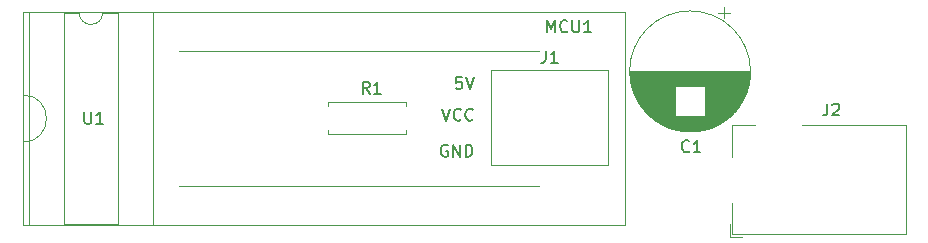
<source format=gbr>
G04 #@! TF.GenerationSoftware,KiCad,Pcbnew,(5.1.4)-1*
G04 #@! TF.CreationDate,2019-11-08T17:43:16+01:00*
G04 #@! TF.ProjectId,ArtNetNode,4172744e-6574-44e6-9f64-652e6b696361,rev?*
G04 #@! TF.SameCoordinates,Original*
G04 #@! TF.FileFunction,Legend,Top*
G04 #@! TF.FilePolarity,Positive*
%FSLAX46Y46*%
G04 Gerber Fmt 4.6, Leading zero omitted, Abs format (unit mm)*
G04 Created by KiCad (PCBNEW (5.1.4)-1) date 2019-11-08 17:43:16*
%MOMM*%
%LPD*%
G04 APERTURE LIST*
%ADD10C,0.120000*%
%ADD11C,0.150000*%
G04 APERTURE END LIST*
D10*
X219880000Y-78680000D02*
X219880000Y-79730000D01*
X220930000Y-79730000D02*
X219880000Y-79730000D01*
X225980000Y-70330000D02*
X234780000Y-70330000D01*
X234780000Y-70330000D02*
X234780000Y-79530000D01*
X220080000Y-73030000D02*
X220080000Y-70330000D01*
X220080000Y-70330000D02*
X221980000Y-70330000D01*
X234780000Y-79530000D02*
X220080000Y-79530000D01*
X220080000Y-79530000D02*
X220080000Y-76930000D01*
X203730000Y-64025000D02*
X173250000Y-64025000D01*
X173250000Y-75455000D02*
X203730000Y-75455000D01*
X160020000Y-78740000D02*
X211020000Y-78740000D01*
X160020000Y-78740000D02*
X160020000Y-60740000D01*
X160020000Y-60740000D02*
X211020000Y-60740000D01*
X211020000Y-78740000D02*
X211020000Y-60740000D01*
X160020000Y-67740000D02*
G75*
G02X160020000Y-71740000I0J-2000000D01*
G01*
X221629600Y-65746000D02*
G75*
G03X221629600Y-65746000I-5120000J0D01*
G01*
X221589600Y-65746000D02*
X211429600Y-65746000D01*
X221589600Y-65786000D02*
X211429600Y-65786000D01*
X221589600Y-65826000D02*
X211429600Y-65826000D01*
X221588600Y-65866000D02*
X211430600Y-65866000D01*
X221587600Y-65906000D02*
X211431600Y-65906000D01*
X221586600Y-65946000D02*
X211432600Y-65946000D01*
X221584600Y-65986000D02*
X211434600Y-65986000D01*
X221582600Y-66026000D02*
X211436600Y-66026000D01*
X221579600Y-66066000D02*
X211439600Y-66066000D01*
X221577600Y-66106000D02*
X211441600Y-66106000D01*
X221574600Y-66146000D02*
X211444600Y-66146000D01*
X221571600Y-66186000D02*
X211447600Y-66186000D01*
X221567600Y-66226000D02*
X211451600Y-66226000D01*
X221563600Y-66266000D02*
X211455600Y-66266000D01*
X221559600Y-66306000D02*
X211459600Y-66306000D01*
X221554600Y-66346000D02*
X211464600Y-66346000D01*
X221549600Y-66386000D02*
X211469600Y-66386000D01*
X221544600Y-66426000D02*
X211474600Y-66426000D01*
X221539600Y-66467000D02*
X211479600Y-66467000D01*
X221533600Y-66507000D02*
X211485600Y-66507000D01*
X221527600Y-66547000D02*
X211491600Y-66547000D01*
X221520600Y-66587000D02*
X211498600Y-66587000D01*
X221513600Y-66627000D02*
X211505600Y-66627000D01*
X221506600Y-66667000D02*
X211512600Y-66667000D01*
X221499600Y-66707000D02*
X211519600Y-66707000D01*
X221491600Y-66747000D02*
X211527600Y-66747000D01*
X221483600Y-66787000D02*
X211535600Y-66787000D01*
X221474600Y-66827000D02*
X211544600Y-66827000D01*
X221465600Y-66867000D02*
X211553600Y-66867000D01*
X221456600Y-66907000D02*
X211562600Y-66907000D01*
X221447600Y-66947000D02*
X211571600Y-66947000D01*
X221437600Y-66987000D02*
X211581600Y-66987000D01*
X221427600Y-67027000D02*
X217750600Y-67027000D01*
X215268600Y-67027000D02*
X211591600Y-67027000D01*
X221416600Y-67067000D02*
X217750600Y-67067000D01*
X215268600Y-67067000D02*
X211602600Y-67067000D01*
X221406600Y-67107000D02*
X217750600Y-67107000D01*
X215268600Y-67107000D02*
X211612600Y-67107000D01*
X221394600Y-67147000D02*
X217750600Y-67147000D01*
X215268600Y-67147000D02*
X211624600Y-67147000D01*
X221383600Y-67187000D02*
X217750600Y-67187000D01*
X215268600Y-67187000D02*
X211635600Y-67187000D01*
X221371600Y-67227000D02*
X217750600Y-67227000D01*
X215268600Y-67227000D02*
X211647600Y-67227000D01*
X221359600Y-67267000D02*
X217750600Y-67267000D01*
X215268600Y-67267000D02*
X211659600Y-67267000D01*
X221346600Y-67307000D02*
X217750600Y-67307000D01*
X215268600Y-67307000D02*
X211672600Y-67307000D01*
X221333600Y-67347000D02*
X217750600Y-67347000D01*
X215268600Y-67347000D02*
X211685600Y-67347000D01*
X221320600Y-67387000D02*
X217750600Y-67387000D01*
X215268600Y-67387000D02*
X211698600Y-67387000D01*
X221306600Y-67427000D02*
X217750600Y-67427000D01*
X215268600Y-67427000D02*
X211712600Y-67427000D01*
X221292600Y-67467000D02*
X217750600Y-67467000D01*
X215268600Y-67467000D02*
X211726600Y-67467000D01*
X221277600Y-67507000D02*
X217750600Y-67507000D01*
X215268600Y-67507000D02*
X211741600Y-67507000D01*
X221263600Y-67547000D02*
X217750600Y-67547000D01*
X215268600Y-67547000D02*
X211755600Y-67547000D01*
X221247600Y-67587000D02*
X217750600Y-67587000D01*
X215268600Y-67587000D02*
X211771600Y-67587000D01*
X221232600Y-67627000D02*
X217750600Y-67627000D01*
X215268600Y-67627000D02*
X211786600Y-67627000D01*
X221216600Y-67667000D02*
X217750600Y-67667000D01*
X215268600Y-67667000D02*
X211802600Y-67667000D01*
X221199600Y-67707000D02*
X217750600Y-67707000D01*
X215268600Y-67707000D02*
X211819600Y-67707000D01*
X221183600Y-67747000D02*
X217750600Y-67747000D01*
X215268600Y-67747000D02*
X211835600Y-67747000D01*
X221166600Y-67787000D02*
X217750600Y-67787000D01*
X215268600Y-67787000D02*
X211852600Y-67787000D01*
X221148600Y-67827000D02*
X217750600Y-67827000D01*
X215268600Y-67827000D02*
X211870600Y-67827000D01*
X221130600Y-67867000D02*
X217750600Y-67867000D01*
X215268600Y-67867000D02*
X211888600Y-67867000D01*
X221112600Y-67907000D02*
X217750600Y-67907000D01*
X215268600Y-67907000D02*
X211906600Y-67907000D01*
X221093600Y-67947000D02*
X217750600Y-67947000D01*
X215268600Y-67947000D02*
X211925600Y-67947000D01*
X221073600Y-67987000D02*
X217750600Y-67987000D01*
X215268600Y-67987000D02*
X211945600Y-67987000D01*
X221054600Y-68027000D02*
X217750600Y-68027000D01*
X215268600Y-68027000D02*
X211964600Y-68027000D01*
X221034600Y-68067000D02*
X217750600Y-68067000D01*
X215268600Y-68067000D02*
X211984600Y-68067000D01*
X221013600Y-68107000D02*
X217750600Y-68107000D01*
X215268600Y-68107000D02*
X212005600Y-68107000D01*
X220992600Y-68147000D02*
X217750600Y-68147000D01*
X215268600Y-68147000D02*
X212026600Y-68147000D01*
X220971600Y-68187000D02*
X217750600Y-68187000D01*
X215268600Y-68187000D02*
X212047600Y-68187000D01*
X220949600Y-68227000D02*
X217750600Y-68227000D01*
X215268600Y-68227000D02*
X212069600Y-68227000D01*
X220926600Y-68267000D02*
X217750600Y-68267000D01*
X215268600Y-68267000D02*
X212092600Y-68267000D01*
X220904600Y-68307000D02*
X217750600Y-68307000D01*
X215268600Y-68307000D02*
X212114600Y-68307000D01*
X220880600Y-68347000D02*
X217750600Y-68347000D01*
X215268600Y-68347000D02*
X212138600Y-68347000D01*
X220856600Y-68387000D02*
X217750600Y-68387000D01*
X215268600Y-68387000D02*
X212162600Y-68387000D01*
X220832600Y-68427000D02*
X217750600Y-68427000D01*
X215268600Y-68427000D02*
X212186600Y-68427000D01*
X220807600Y-68467000D02*
X217750600Y-68467000D01*
X215268600Y-68467000D02*
X212211600Y-68467000D01*
X220782600Y-68507000D02*
X217750600Y-68507000D01*
X215268600Y-68507000D02*
X212236600Y-68507000D01*
X220756600Y-68547000D02*
X217750600Y-68547000D01*
X215268600Y-68547000D02*
X212262600Y-68547000D01*
X220730600Y-68587000D02*
X217750600Y-68587000D01*
X215268600Y-68587000D02*
X212288600Y-68587000D01*
X220703600Y-68627000D02*
X217750600Y-68627000D01*
X215268600Y-68627000D02*
X212315600Y-68627000D01*
X220675600Y-68667000D02*
X217750600Y-68667000D01*
X215268600Y-68667000D02*
X212343600Y-68667000D01*
X220647600Y-68707000D02*
X217750600Y-68707000D01*
X215268600Y-68707000D02*
X212371600Y-68707000D01*
X220619600Y-68747000D02*
X217750600Y-68747000D01*
X215268600Y-68747000D02*
X212399600Y-68747000D01*
X220589600Y-68787000D02*
X217750600Y-68787000D01*
X215268600Y-68787000D02*
X212429600Y-68787000D01*
X220559600Y-68827000D02*
X217750600Y-68827000D01*
X215268600Y-68827000D02*
X212459600Y-68827000D01*
X220529600Y-68867000D02*
X217750600Y-68867000D01*
X215268600Y-68867000D02*
X212489600Y-68867000D01*
X220498600Y-68907000D02*
X217750600Y-68907000D01*
X215268600Y-68907000D02*
X212520600Y-68907000D01*
X220466600Y-68947000D02*
X217750600Y-68947000D01*
X215268600Y-68947000D02*
X212552600Y-68947000D01*
X220434600Y-68987000D02*
X217750600Y-68987000D01*
X215268600Y-68987000D02*
X212584600Y-68987000D01*
X220401600Y-69027000D02*
X217750600Y-69027000D01*
X215268600Y-69027000D02*
X212617600Y-69027000D01*
X220367600Y-69067000D02*
X217750600Y-69067000D01*
X215268600Y-69067000D02*
X212651600Y-69067000D01*
X220333600Y-69107000D02*
X217750600Y-69107000D01*
X215268600Y-69107000D02*
X212685600Y-69107000D01*
X220298600Y-69147000D02*
X217750600Y-69147000D01*
X215268600Y-69147000D02*
X212720600Y-69147000D01*
X220262600Y-69187000D02*
X217750600Y-69187000D01*
X215268600Y-69187000D02*
X212756600Y-69187000D01*
X220225600Y-69227000D02*
X217750600Y-69227000D01*
X215268600Y-69227000D02*
X212793600Y-69227000D01*
X220188600Y-69267000D02*
X217750600Y-69267000D01*
X215268600Y-69267000D02*
X212830600Y-69267000D01*
X220149600Y-69307000D02*
X217750600Y-69307000D01*
X215268600Y-69307000D02*
X212869600Y-69307000D01*
X220110600Y-69347000D02*
X217750600Y-69347000D01*
X215268600Y-69347000D02*
X212908600Y-69347000D01*
X220070600Y-69387000D02*
X217750600Y-69387000D01*
X215268600Y-69387000D02*
X212948600Y-69387000D01*
X220029600Y-69427000D02*
X217750600Y-69427000D01*
X215268600Y-69427000D02*
X212989600Y-69427000D01*
X219987600Y-69467000D02*
X217750600Y-69467000D01*
X215268600Y-69467000D02*
X213031600Y-69467000D01*
X219945600Y-69507000D02*
X213073600Y-69507000D01*
X219901600Y-69547000D02*
X213117600Y-69547000D01*
X219856600Y-69587000D02*
X213162600Y-69587000D01*
X219810600Y-69627000D02*
X213208600Y-69627000D01*
X219763600Y-69667000D02*
X213255600Y-69667000D01*
X219715600Y-69707000D02*
X213303600Y-69707000D01*
X219665600Y-69747000D02*
X213353600Y-69747000D01*
X219615600Y-69787000D02*
X213403600Y-69787000D01*
X219563600Y-69827000D02*
X213455600Y-69827000D01*
X219509600Y-69867000D02*
X213509600Y-69867000D01*
X219454600Y-69907000D02*
X213564600Y-69907000D01*
X219398600Y-69947000D02*
X213620600Y-69947000D01*
X219339600Y-69987000D02*
X213679600Y-69987000D01*
X219279600Y-70027000D02*
X213739600Y-70027000D01*
X219218600Y-70067000D02*
X213800600Y-70067000D01*
X219154600Y-70107000D02*
X213864600Y-70107000D01*
X219088600Y-70147000D02*
X213930600Y-70147000D01*
X219019600Y-70187000D02*
X213999600Y-70187000D01*
X218948600Y-70227000D02*
X214070600Y-70227000D01*
X218874600Y-70267000D02*
X214144600Y-70267000D01*
X218798600Y-70307000D02*
X214220600Y-70307000D01*
X218718600Y-70347000D02*
X214300600Y-70347000D01*
X218634600Y-70387000D02*
X214384600Y-70387000D01*
X218546600Y-70427000D02*
X214472600Y-70427000D01*
X218453600Y-70467000D02*
X214565600Y-70467000D01*
X218355600Y-70507000D02*
X214663600Y-70507000D01*
X218251600Y-70547000D02*
X214767600Y-70547000D01*
X218139600Y-70587000D02*
X214879600Y-70587000D01*
X218019600Y-70627000D02*
X214999600Y-70627000D01*
X217887600Y-70667000D02*
X215131600Y-70667000D01*
X217739600Y-70707000D02*
X215279600Y-70707000D01*
X217571600Y-70747000D02*
X215447600Y-70747000D01*
X217371600Y-70787000D02*
X215647600Y-70787000D01*
X217108600Y-70827000D02*
X215910600Y-70827000D01*
X219384600Y-60266354D02*
X219384600Y-61266354D01*
X219884600Y-60766354D02*
X218884600Y-60766354D01*
X209545000Y-73659500D02*
X209545000Y-65659500D01*
X209545000Y-73659500D02*
X199645000Y-73659500D01*
X209545000Y-65659500D02*
X199645000Y-65659500D01*
X199645000Y-65659500D02*
X199645000Y-73659500D01*
X185883800Y-68657600D02*
X185883800Y-68327600D01*
X185883800Y-68327600D02*
X192423800Y-68327600D01*
X192423800Y-68327600D02*
X192423800Y-68657600D01*
X185883800Y-70737600D02*
X185883800Y-71067600D01*
X185883800Y-71067600D02*
X192423800Y-71067600D01*
X192423800Y-71067600D02*
X192423800Y-70737600D01*
X166785800Y-60773000D02*
G75*
G02X164785800Y-60773000I-1000000J0D01*
G01*
X164785800Y-60773000D02*
X163535800Y-60773000D01*
X163535800Y-60773000D02*
X163535800Y-78673000D01*
X163535800Y-78673000D02*
X168035800Y-78673000D01*
X168035800Y-78673000D02*
X168035800Y-60773000D01*
X168035800Y-60773000D02*
X166785800Y-60773000D01*
X160535800Y-60713000D02*
X160535800Y-78733000D01*
X160535800Y-78733000D02*
X171035800Y-78733000D01*
X171035800Y-78733000D02*
X171035800Y-60713000D01*
X171035800Y-60713000D02*
X160535800Y-60713000D01*
D11*
X228139666Y-68476880D02*
X228139666Y-69191166D01*
X228092047Y-69334023D01*
X227996809Y-69429261D01*
X227853952Y-69476880D01*
X227758714Y-69476880D01*
X228568238Y-68572119D02*
X228615857Y-68524500D01*
X228711095Y-68476880D01*
X228949190Y-68476880D01*
X229044428Y-68524500D01*
X229092047Y-68572119D01*
X229139666Y-68667357D01*
X229139666Y-68762595D01*
X229092047Y-68905452D01*
X228520619Y-69476880D01*
X229139666Y-69476880D01*
X204414666Y-62428380D02*
X204414666Y-61428380D01*
X204748000Y-62142666D01*
X205081333Y-61428380D01*
X205081333Y-62428380D01*
X206128952Y-62333142D02*
X206081333Y-62380761D01*
X205938476Y-62428380D01*
X205843238Y-62428380D01*
X205700380Y-62380761D01*
X205605142Y-62285523D01*
X205557523Y-62190285D01*
X205509904Y-61999809D01*
X205509904Y-61856952D01*
X205557523Y-61666476D01*
X205605142Y-61571238D01*
X205700380Y-61476000D01*
X205843238Y-61428380D01*
X205938476Y-61428380D01*
X206081333Y-61476000D01*
X206128952Y-61523619D01*
X206557523Y-61428380D02*
X206557523Y-62237904D01*
X206605142Y-62333142D01*
X206652761Y-62380761D01*
X206748000Y-62428380D01*
X206938476Y-62428380D01*
X207033714Y-62380761D01*
X207081333Y-62333142D01*
X207128952Y-62237904D01*
X207128952Y-61428380D01*
X208128952Y-62428380D02*
X207557523Y-62428380D01*
X207843238Y-62428380D02*
X207843238Y-61428380D01*
X207748000Y-61571238D01*
X207652761Y-61666476D01*
X207557523Y-61714095D01*
X216431833Y-72493142D02*
X216384214Y-72540761D01*
X216241357Y-72588380D01*
X216146119Y-72588380D01*
X216003261Y-72540761D01*
X215908023Y-72445523D01*
X215860404Y-72350285D01*
X215812785Y-72159809D01*
X215812785Y-72016952D01*
X215860404Y-71826476D01*
X215908023Y-71731238D01*
X216003261Y-71636000D01*
X216146119Y-71588380D01*
X216241357Y-71588380D01*
X216384214Y-71636000D01*
X216431833Y-71683619D01*
X217384214Y-72588380D02*
X216812785Y-72588380D01*
X217098500Y-72588380D02*
X217098500Y-71588380D01*
X217003261Y-71731238D01*
X216908023Y-71826476D01*
X216812785Y-71874095D01*
X204311666Y-64011880D02*
X204311666Y-64726166D01*
X204264047Y-64869023D01*
X204168809Y-64964261D01*
X204025952Y-65011880D01*
X203930714Y-65011880D01*
X205311666Y-65011880D02*
X204740238Y-65011880D01*
X205025952Y-65011880D02*
X205025952Y-64011880D01*
X204930714Y-64154738D01*
X204835476Y-64249976D01*
X204740238Y-64297595D01*
X197190123Y-66241680D02*
X196713933Y-66241680D01*
X196666314Y-66717871D01*
X196713933Y-66670252D01*
X196809171Y-66622633D01*
X197047266Y-66622633D01*
X197142504Y-66670252D01*
X197190123Y-66717871D01*
X197237742Y-66813109D01*
X197237742Y-67051204D01*
X197190123Y-67146442D01*
X197142504Y-67194061D01*
X197047266Y-67241680D01*
X196809171Y-67241680D01*
X196713933Y-67194061D01*
X196666314Y-67146442D01*
X197523457Y-66241680D02*
X197856790Y-67241680D01*
X198190123Y-66241680D01*
X195539266Y-68908680D02*
X195872600Y-69908680D01*
X196205933Y-68908680D01*
X197110695Y-69813442D02*
X197063076Y-69861061D01*
X196920219Y-69908680D01*
X196824980Y-69908680D01*
X196682123Y-69861061D01*
X196586885Y-69765823D01*
X196539266Y-69670585D01*
X196491647Y-69480109D01*
X196491647Y-69337252D01*
X196539266Y-69146776D01*
X196586885Y-69051538D01*
X196682123Y-68956300D01*
X196824980Y-68908680D01*
X196920219Y-68908680D01*
X197063076Y-68956300D01*
X197110695Y-69003919D01*
X198110695Y-69813442D02*
X198063076Y-69861061D01*
X197920219Y-69908680D01*
X197824980Y-69908680D01*
X197682123Y-69861061D01*
X197586885Y-69765823D01*
X197539266Y-69670585D01*
X197491647Y-69480109D01*
X197491647Y-69337252D01*
X197539266Y-69146776D01*
X197586885Y-69051538D01*
X197682123Y-68956300D01*
X197824980Y-68908680D01*
X197920219Y-68908680D01*
X198063076Y-68956300D01*
X198110695Y-69003919D01*
X195983695Y-72004300D02*
X195888457Y-71956680D01*
X195745600Y-71956680D01*
X195602742Y-72004300D01*
X195507504Y-72099538D01*
X195459885Y-72194776D01*
X195412266Y-72385252D01*
X195412266Y-72528109D01*
X195459885Y-72718585D01*
X195507504Y-72813823D01*
X195602742Y-72909061D01*
X195745600Y-72956680D01*
X195840838Y-72956680D01*
X195983695Y-72909061D01*
X196031314Y-72861442D01*
X196031314Y-72528109D01*
X195840838Y-72528109D01*
X196459885Y-72956680D02*
X196459885Y-71956680D01*
X197031314Y-72956680D01*
X197031314Y-71956680D01*
X197507504Y-72956680D02*
X197507504Y-71956680D01*
X197745600Y-71956680D01*
X197888457Y-72004300D01*
X197983695Y-72099538D01*
X198031314Y-72194776D01*
X198078933Y-72385252D01*
X198078933Y-72528109D01*
X198031314Y-72718585D01*
X197983695Y-72813823D01*
X197888457Y-72909061D01*
X197745600Y-72956680D01*
X197507504Y-72956680D01*
X189380833Y-67635380D02*
X189047500Y-67159190D01*
X188809404Y-67635380D02*
X188809404Y-66635380D01*
X189190357Y-66635380D01*
X189285595Y-66683000D01*
X189333214Y-66730619D01*
X189380833Y-66825857D01*
X189380833Y-66968714D01*
X189333214Y-67063952D01*
X189285595Y-67111571D01*
X189190357Y-67159190D01*
X188809404Y-67159190D01*
X190333214Y-67635380D02*
X189761785Y-67635380D01*
X190047500Y-67635380D02*
X190047500Y-66635380D01*
X189952261Y-66778238D01*
X189857023Y-66873476D01*
X189761785Y-66921095D01*
X165227095Y-69175380D02*
X165227095Y-69984904D01*
X165274714Y-70080142D01*
X165322333Y-70127761D01*
X165417571Y-70175380D01*
X165608047Y-70175380D01*
X165703285Y-70127761D01*
X165750904Y-70080142D01*
X165798523Y-69984904D01*
X165798523Y-69175380D01*
X166798523Y-70175380D02*
X166227095Y-70175380D01*
X166512809Y-70175380D02*
X166512809Y-69175380D01*
X166417571Y-69318238D01*
X166322333Y-69413476D01*
X166227095Y-69461095D01*
M02*

</source>
